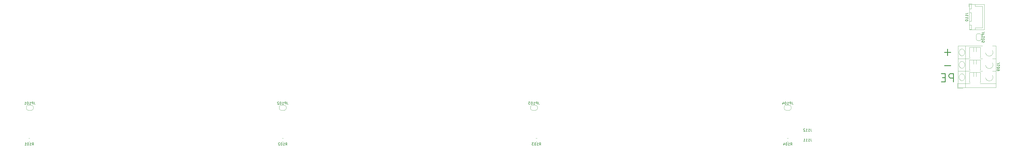
<source format=gbr>
G04 #@! TF.GenerationSoftware,KiCad,Pcbnew,(6.0.5)*
G04 #@! TF.CreationDate,2022-08-23T23:34:12+02:00*
G04 #@! TF.ProjectId,backplane,6261636b-706c-4616-9e65-2e6b69636164,rev?*
G04 #@! TF.SameCoordinates,Original*
G04 #@! TF.FileFunction,Legend,Bot*
G04 #@! TF.FilePolarity,Positive*
%FSLAX46Y46*%
G04 Gerber Fmt 4.6, Leading zero omitted, Abs format (unit mm)*
G04 Created by KiCad (PCBNEW (6.0.5)) date 2022-08-23 23:34:12*
%MOMM*%
%LPD*%
G01*
G04 APERTURE LIST*
%ADD10C,0.300000*%
%ADD11C,0.150000*%
%ADD12C,0.120000*%
G04 APERTURE END LIST*
D10*
X395557142Y-67722714D02*
X393042857Y-67722714D01*
X394300000Y-68979857D02*
X394300000Y-66465571D01*
X395557142Y-73035714D02*
X393042857Y-73035714D01*
X396657142Y-79605857D02*
X396657142Y-76305857D01*
X395400000Y-76305857D01*
X395085714Y-76463000D01*
X394928571Y-76620142D01*
X394771428Y-76934428D01*
X394771428Y-77405857D01*
X394928571Y-77720142D01*
X395085714Y-77877285D01*
X395400000Y-78034428D01*
X396657142Y-78034428D01*
X393357142Y-77877285D02*
X392257142Y-77877285D01*
X391785714Y-79605857D02*
X393357142Y-79605857D01*
X393357142Y-76305857D01*
X391785714Y-76305857D01*
D11*
G04 #@! TO.C,JP104*
X331785714Y-87652380D02*
X331785714Y-88366666D01*
X331833333Y-88509523D01*
X331928571Y-88604761D01*
X332071428Y-88652380D01*
X332166666Y-88652380D01*
X331309523Y-88652380D02*
X331309523Y-87652380D01*
X330928571Y-87652380D01*
X330833333Y-87700000D01*
X330785714Y-87747619D01*
X330738095Y-87842857D01*
X330738095Y-87985714D01*
X330785714Y-88080952D01*
X330833333Y-88128571D01*
X330928571Y-88176190D01*
X331309523Y-88176190D01*
X329785714Y-88652380D02*
X330357142Y-88652380D01*
X330071428Y-88652380D02*
X330071428Y-87652380D01*
X330166666Y-87795238D01*
X330261904Y-87890476D01*
X330357142Y-87938095D01*
X329166666Y-87652380D02*
X329071428Y-87652380D01*
X328976190Y-87700000D01*
X328928571Y-87747619D01*
X328880952Y-87842857D01*
X328833333Y-88033333D01*
X328833333Y-88271428D01*
X328880952Y-88461904D01*
X328928571Y-88557142D01*
X328976190Y-88604761D01*
X329071428Y-88652380D01*
X329166666Y-88652380D01*
X329261904Y-88604761D01*
X329309523Y-88557142D01*
X329357142Y-88461904D01*
X329404761Y-88271428D01*
X329404761Y-88033333D01*
X329357142Y-87842857D01*
X329309523Y-87747619D01*
X329261904Y-87700000D01*
X329166666Y-87652380D01*
X327976190Y-87985714D02*
X327976190Y-88652380D01*
X328214285Y-87604761D02*
X328452380Y-88319047D01*
X327833333Y-88319047D01*
G04 #@! TO.C,R101*
X26206547Y-105102380D02*
X26539880Y-104626190D01*
X26777976Y-105102380D02*
X26777976Y-104102380D01*
X26397023Y-104102380D01*
X26301785Y-104150000D01*
X26254166Y-104197619D01*
X26206547Y-104292857D01*
X26206547Y-104435714D01*
X26254166Y-104530952D01*
X26301785Y-104578571D01*
X26397023Y-104626190D01*
X26777976Y-104626190D01*
X25254166Y-105102380D02*
X25825595Y-105102380D01*
X25539880Y-105102380D02*
X25539880Y-104102380D01*
X25635119Y-104245238D01*
X25730357Y-104340476D01*
X25825595Y-104388095D01*
X24635119Y-104102380D02*
X24539880Y-104102380D01*
X24444642Y-104150000D01*
X24397023Y-104197619D01*
X24349404Y-104292857D01*
X24301785Y-104483333D01*
X24301785Y-104721428D01*
X24349404Y-104911904D01*
X24397023Y-105007142D01*
X24444642Y-105054761D01*
X24539880Y-105102380D01*
X24635119Y-105102380D01*
X24730357Y-105054761D01*
X24777976Y-105007142D01*
X24825595Y-104911904D01*
X24873214Y-104721428D01*
X24873214Y-104483333D01*
X24825595Y-104292857D01*
X24777976Y-104197619D01*
X24730357Y-104150000D01*
X24635119Y-104102380D01*
X23349404Y-105102380D02*
X23920833Y-105102380D01*
X23635119Y-105102380D02*
X23635119Y-104102380D01*
X23730357Y-104245238D01*
X23825595Y-104340476D01*
X23920833Y-104388095D01*
G04 #@! TO.C,R104*
X331119047Y-105102380D02*
X331452380Y-104626190D01*
X331690476Y-105102380D02*
X331690476Y-104102380D01*
X331309523Y-104102380D01*
X331214285Y-104150000D01*
X331166666Y-104197619D01*
X331119047Y-104292857D01*
X331119047Y-104435714D01*
X331166666Y-104530952D01*
X331214285Y-104578571D01*
X331309523Y-104626190D01*
X331690476Y-104626190D01*
X330166666Y-105102380D02*
X330738095Y-105102380D01*
X330452380Y-105102380D02*
X330452380Y-104102380D01*
X330547619Y-104245238D01*
X330642857Y-104340476D01*
X330738095Y-104388095D01*
X329547619Y-104102380D02*
X329452380Y-104102380D01*
X329357142Y-104150000D01*
X329309523Y-104197619D01*
X329261904Y-104292857D01*
X329214285Y-104483333D01*
X329214285Y-104721428D01*
X329261904Y-104911904D01*
X329309523Y-105007142D01*
X329357142Y-105054761D01*
X329452380Y-105102380D01*
X329547619Y-105102380D01*
X329642857Y-105054761D01*
X329690476Y-105007142D01*
X329738095Y-104911904D01*
X329785714Y-104721428D01*
X329785714Y-104483333D01*
X329738095Y-104292857D01*
X329690476Y-104197619D01*
X329642857Y-104150000D01*
X329547619Y-104102380D01*
X328357142Y-104435714D02*
X328357142Y-105102380D01*
X328595238Y-104054761D02*
X328833333Y-104769047D01*
X328214285Y-104769047D01*
G04 #@! TO.C,R103*
X230119047Y-105102380D02*
X230452380Y-104626190D01*
X230690476Y-105102380D02*
X230690476Y-104102380D01*
X230309523Y-104102380D01*
X230214285Y-104150000D01*
X230166666Y-104197619D01*
X230119047Y-104292857D01*
X230119047Y-104435714D01*
X230166666Y-104530952D01*
X230214285Y-104578571D01*
X230309523Y-104626190D01*
X230690476Y-104626190D01*
X229166666Y-105102380D02*
X229738095Y-105102380D01*
X229452380Y-105102380D02*
X229452380Y-104102380D01*
X229547619Y-104245238D01*
X229642857Y-104340476D01*
X229738095Y-104388095D01*
X228547619Y-104102380D02*
X228452380Y-104102380D01*
X228357142Y-104150000D01*
X228309523Y-104197619D01*
X228261904Y-104292857D01*
X228214285Y-104483333D01*
X228214285Y-104721428D01*
X228261904Y-104911904D01*
X228309523Y-105007142D01*
X228357142Y-105054761D01*
X228452380Y-105102380D01*
X228547619Y-105102380D01*
X228642857Y-105054761D01*
X228690476Y-105007142D01*
X228738095Y-104911904D01*
X228785714Y-104721428D01*
X228785714Y-104483333D01*
X228738095Y-104292857D01*
X228690476Y-104197619D01*
X228642857Y-104150000D01*
X228547619Y-104102380D01*
X227880952Y-104102380D02*
X227261904Y-104102380D01*
X227595238Y-104483333D01*
X227452380Y-104483333D01*
X227357142Y-104530952D01*
X227309523Y-104578571D01*
X227261904Y-104673809D01*
X227261904Y-104911904D01*
X227309523Y-105007142D01*
X227357142Y-105054761D01*
X227452380Y-105102380D01*
X227738095Y-105102380D01*
X227833333Y-105054761D01*
X227880952Y-105007142D01*
G04 #@! TO.C,JP103*
X229785714Y-87652380D02*
X229785714Y-88366666D01*
X229833333Y-88509523D01*
X229928571Y-88604761D01*
X230071428Y-88652380D01*
X230166666Y-88652380D01*
X229309523Y-88652380D02*
X229309523Y-87652380D01*
X228928571Y-87652380D01*
X228833333Y-87700000D01*
X228785714Y-87747619D01*
X228738095Y-87842857D01*
X228738095Y-87985714D01*
X228785714Y-88080952D01*
X228833333Y-88128571D01*
X228928571Y-88176190D01*
X229309523Y-88176190D01*
X227785714Y-88652380D02*
X228357142Y-88652380D01*
X228071428Y-88652380D02*
X228071428Y-87652380D01*
X228166666Y-87795238D01*
X228261904Y-87890476D01*
X228357142Y-87938095D01*
X227166666Y-87652380D02*
X227071428Y-87652380D01*
X226976190Y-87700000D01*
X226928571Y-87747619D01*
X226880952Y-87842857D01*
X226833333Y-88033333D01*
X226833333Y-88271428D01*
X226880952Y-88461904D01*
X226928571Y-88557142D01*
X226976190Y-88604761D01*
X227071428Y-88652380D01*
X227166666Y-88652380D01*
X227261904Y-88604761D01*
X227309523Y-88557142D01*
X227357142Y-88461904D01*
X227404761Y-88271428D01*
X227404761Y-88033333D01*
X227357142Y-87842857D01*
X227309523Y-87747619D01*
X227261904Y-87700000D01*
X227166666Y-87652380D01*
X226500000Y-87652380D02*
X225880952Y-87652380D01*
X226214285Y-88033333D01*
X226071428Y-88033333D01*
X225976190Y-88080952D01*
X225928571Y-88128571D01*
X225880952Y-88223809D01*
X225880952Y-88461904D01*
X225928571Y-88557142D01*
X225976190Y-88604761D01*
X226071428Y-88652380D01*
X226357142Y-88652380D01*
X226452380Y-88604761D01*
X226500000Y-88557142D01*
G04 #@! TO.C,R102*
X128119047Y-105102380D02*
X128452380Y-104626190D01*
X128690476Y-105102380D02*
X128690476Y-104102380D01*
X128309523Y-104102380D01*
X128214285Y-104150000D01*
X128166666Y-104197619D01*
X128119047Y-104292857D01*
X128119047Y-104435714D01*
X128166666Y-104530952D01*
X128214285Y-104578571D01*
X128309523Y-104626190D01*
X128690476Y-104626190D01*
X127166666Y-105102380D02*
X127738095Y-105102380D01*
X127452380Y-105102380D02*
X127452380Y-104102380D01*
X127547619Y-104245238D01*
X127642857Y-104340476D01*
X127738095Y-104388095D01*
X126547619Y-104102380D02*
X126452380Y-104102380D01*
X126357142Y-104150000D01*
X126309523Y-104197619D01*
X126261904Y-104292857D01*
X126214285Y-104483333D01*
X126214285Y-104721428D01*
X126261904Y-104911904D01*
X126309523Y-105007142D01*
X126357142Y-105054761D01*
X126452380Y-105102380D01*
X126547619Y-105102380D01*
X126642857Y-105054761D01*
X126690476Y-105007142D01*
X126738095Y-104911904D01*
X126785714Y-104721428D01*
X126785714Y-104483333D01*
X126738095Y-104292857D01*
X126690476Y-104197619D01*
X126642857Y-104150000D01*
X126547619Y-104102380D01*
X125833333Y-104197619D02*
X125785714Y-104150000D01*
X125690476Y-104102380D01*
X125452380Y-104102380D01*
X125357142Y-104150000D01*
X125309523Y-104197619D01*
X125261904Y-104292857D01*
X125261904Y-104388095D01*
X125309523Y-104530952D01*
X125880952Y-105102380D01*
X125261904Y-105102380D01*
G04 #@! TO.C,JP102*
X128785714Y-87652380D02*
X128785714Y-88366666D01*
X128833333Y-88509523D01*
X128928571Y-88604761D01*
X129071428Y-88652380D01*
X129166666Y-88652380D01*
X128309523Y-88652380D02*
X128309523Y-87652380D01*
X127928571Y-87652380D01*
X127833333Y-87700000D01*
X127785714Y-87747619D01*
X127738095Y-87842857D01*
X127738095Y-87985714D01*
X127785714Y-88080952D01*
X127833333Y-88128571D01*
X127928571Y-88176190D01*
X128309523Y-88176190D01*
X126785714Y-88652380D02*
X127357142Y-88652380D01*
X127071428Y-88652380D02*
X127071428Y-87652380D01*
X127166666Y-87795238D01*
X127261904Y-87890476D01*
X127357142Y-87938095D01*
X126166666Y-87652380D02*
X126071428Y-87652380D01*
X125976190Y-87700000D01*
X125928571Y-87747619D01*
X125880952Y-87842857D01*
X125833333Y-88033333D01*
X125833333Y-88271428D01*
X125880952Y-88461904D01*
X125928571Y-88557142D01*
X125976190Y-88604761D01*
X126071428Y-88652380D01*
X126166666Y-88652380D01*
X126261904Y-88604761D01*
X126309523Y-88557142D01*
X126357142Y-88461904D01*
X126404761Y-88271428D01*
X126404761Y-88033333D01*
X126357142Y-87842857D01*
X126309523Y-87747619D01*
X126261904Y-87700000D01*
X126166666Y-87652380D01*
X125452380Y-87747619D02*
X125404761Y-87700000D01*
X125309523Y-87652380D01*
X125071428Y-87652380D01*
X124976190Y-87700000D01*
X124928571Y-87747619D01*
X124880952Y-87842857D01*
X124880952Y-87938095D01*
X124928571Y-88080952D01*
X125500000Y-88652380D01*
X124880952Y-88652380D01*
G04 #@! TO.C,J110*
X401452380Y-52214285D02*
X402166666Y-52214285D01*
X402309523Y-52166666D01*
X402404761Y-52071428D01*
X402452380Y-51928571D01*
X402452380Y-51833333D01*
X402452380Y-53214285D02*
X402452380Y-52642857D01*
X402452380Y-52928571D02*
X401452380Y-52928571D01*
X401595238Y-52833333D01*
X401690476Y-52738095D01*
X401738095Y-52642857D01*
X402452380Y-54166666D02*
X402452380Y-53595238D01*
X402452380Y-53880952D02*
X401452380Y-53880952D01*
X401595238Y-53785714D01*
X401690476Y-53690476D01*
X401738095Y-53595238D01*
X401452380Y-54785714D02*
X401452380Y-54880952D01*
X401500000Y-54976190D01*
X401547619Y-55023809D01*
X401642857Y-55071428D01*
X401833333Y-55119047D01*
X402071428Y-55119047D01*
X402261904Y-55071428D01*
X402357142Y-55023809D01*
X402404761Y-54976190D01*
X402452380Y-54880952D01*
X402452380Y-54785714D01*
X402404761Y-54690476D01*
X402357142Y-54642857D01*
X402261904Y-54595238D01*
X402071428Y-54547619D01*
X401833333Y-54547619D01*
X401642857Y-54595238D01*
X401547619Y-54642857D01*
X401500000Y-54690476D01*
X401452380Y-54785714D01*
G04 #@! TO.C,J109*
X414172380Y-72214285D02*
X414886666Y-72214285D01*
X415029523Y-72166666D01*
X415124761Y-72071428D01*
X415172380Y-71928571D01*
X415172380Y-71833333D01*
X415172380Y-73214285D02*
X415172380Y-72642857D01*
X415172380Y-72928571D02*
X414172380Y-72928571D01*
X414315238Y-72833333D01*
X414410476Y-72738095D01*
X414458095Y-72642857D01*
X414172380Y-73833333D02*
X414172380Y-73928571D01*
X414220000Y-74023809D01*
X414267619Y-74071428D01*
X414362857Y-74119047D01*
X414553333Y-74166666D01*
X414791428Y-74166666D01*
X414981904Y-74119047D01*
X415077142Y-74071428D01*
X415124761Y-74023809D01*
X415172380Y-73928571D01*
X415172380Y-73833333D01*
X415124761Y-73738095D01*
X415077142Y-73690476D01*
X414981904Y-73642857D01*
X414791428Y-73595238D01*
X414553333Y-73595238D01*
X414362857Y-73642857D01*
X414267619Y-73690476D01*
X414220000Y-73738095D01*
X414172380Y-73833333D01*
X415172380Y-74642857D02*
X415172380Y-74833333D01*
X415124761Y-74928571D01*
X415077142Y-74976190D01*
X414934285Y-75071428D01*
X414743809Y-75119047D01*
X414362857Y-75119047D01*
X414267619Y-75071428D01*
X414220000Y-75023809D01*
X414172380Y-74928571D01*
X414172380Y-74738095D01*
X414220000Y-74642857D01*
X414267619Y-74595238D01*
X414362857Y-74547619D01*
X414600952Y-74547619D01*
X414696190Y-74595238D01*
X414743809Y-74642857D01*
X414791428Y-74738095D01*
X414791428Y-74928571D01*
X414743809Y-75023809D01*
X414696190Y-75071428D01*
X414600952Y-75119047D01*
G04 #@! TO.C,JP105*
X408052380Y-59814285D02*
X408766666Y-59814285D01*
X408909523Y-59766666D01*
X409004761Y-59671428D01*
X409052380Y-59528571D01*
X409052380Y-59433333D01*
X409052380Y-60290476D02*
X408052380Y-60290476D01*
X408052380Y-60671428D01*
X408100000Y-60766666D01*
X408147619Y-60814285D01*
X408242857Y-60861904D01*
X408385714Y-60861904D01*
X408480952Y-60814285D01*
X408528571Y-60766666D01*
X408576190Y-60671428D01*
X408576190Y-60290476D01*
X409052380Y-61814285D02*
X409052380Y-61242857D01*
X409052380Y-61528571D02*
X408052380Y-61528571D01*
X408195238Y-61433333D01*
X408290476Y-61338095D01*
X408338095Y-61242857D01*
X408052380Y-62433333D02*
X408052380Y-62528571D01*
X408100000Y-62623809D01*
X408147619Y-62671428D01*
X408242857Y-62719047D01*
X408433333Y-62766666D01*
X408671428Y-62766666D01*
X408861904Y-62719047D01*
X408957142Y-62671428D01*
X409004761Y-62623809D01*
X409052380Y-62528571D01*
X409052380Y-62433333D01*
X409004761Y-62338095D01*
X408957142Y-62290476D01*
X408861904Y-62242857D01*
X408671428Y-62195238D01*
X408433333Y-62195238D01*
X408242857Y-62242857D01*
X408147619Y-62290476D01*
X408100000Y-62338095D01*
X408052380Y-62433333D01*
X408052380Y-63671428D02*
X408052380Y-63195238D01*
X408528571Y-63147619D01*
X408480952Y-63195238D01*
X408433333Y-63290476D01*
X408433333Y-63528571D01*
X408480952Y-63623809D01*
X408528571Y-63671428D01*
X408623809Y-63719047D01*
X408861904Y-63719047D01*
X408957142Y-63671428D01*
X409004761Y-63623809D01*
X409052380Y-63528571D01*
X409052380Y-63290476D01*
X409004761Y-63195238D01*
X408957142Y-63147619D01*
G04 #@! TO.C,J112*
X339285714Y-98452380D02*
X339285714Y-99166666D01*
X339333333Y-99309523D01*
X339428571Y-99404761D01*
X339571428Y-99452380D01*
X339666666Y-99452380D01*
X338285714Y-99452380D02*
X338857142Y-99452380D01*
X338571428Y-99452380D02*
X338571428Y-98452380D01*
X338666666Y-98595238D01*
X338761904Y-98690476D01*
X338857142Y-98738095D01*
X337333333Y-99452380D02*
X337904761Y-99452380D01*
X337619047Y-99452380D02*
X337619047Y-98452380D01*
X337714285Y-98595238D01*
X337809523Y-98690476D01*
X337904761Y-98738095D01*
X336952380Y-98547619D02*
X336904761Y-98500000D01*
X336809523Y-98452380D01*
X336571428Y-98452380D01*
X336476190Y-98500000D01*
X336428571Y-98547619D01*
X336380952Y-98642857D01*
X336380952Y-98738095D01*
X336428571Y-98880952D01*
X337000000Y-99452380D01*
X336380952Y-99452380D01*
G04 #@! TO.C,JP101*
X27135714Y-87652380D02*
X27135714Y-88366666D01*
X27183333Y-88509523D01*
X27278571Y-88604761D01*
X27421428Y-88652380D01*
X27516666Y-88652380D01*
X26659523Y-88652380D02*
X26659523Y-87652380D01*
X26278571Y-87652380D01*
X26183333Y-87700000D01*
X26135714Y-87747619D01*
X26088095Y-87842857D01*
X26088095Y-87985714D01*
X26135714Y-88080952D01*
X26183333Y-88128571D01*
X26278571Y-88176190D01*
X26659523Y-88176190D01*
X25135714Y-88652380D02*
X25707142Y-88652380D01*
X25421428Y-88652380D02*
X25421428Y-87652380D01*
X25516666Y-87795238D01*
X25611904Y-87890476D01*
X25707142Y-87938095D01*
X24516666Y-87652380D02*
X24421428Y-87652380D01*
X24326190Y-87700000D01*
X24278571Y-87747619D01*
X24230952Y-87842857D01*
X24183333Y-88033333D01*
X24183333Y-88271428D01*
X24230952Y-88461904D01*
X24278571Y-88557142D01*
X24326190Y-88604761D01*
X24421428Y-88652380D01*
X24516666Y-88652380D01*
X24611904Y-88604761D01*
X24659523Y-88557142D01*
X24707142Y-88461904D01*
X24754761Y-88271428D01*
X24754761Y-88033333D01*
X24707142Y-87842857D01*
X24659523Y-87747619D01*
X24611904Y-87700000D01*
X24516666Y-87652380D01*
X23230952Y-88652380D02*
X23802380Y-88652380D01*
X23516666Y-88652380D02*
X23516666Y-87652380D01*
X23611904Y-87795238D01*
X23707142Y-87890476D01*
X23802380Y-87938095D01*
G04 #@! TO.C,J111*
X339285714Y-102452380D02*
X339285714Y-103166666D01*
X339333333Y-103309523D01*
X339428571Y-103404761D01*
X339571428Y-103452380D01*
X339666666Y-103452380D01*
X338285714Y-103452380D02*
X338857142Y-103452380D01*
X338571428Y-103452380D02*
X338571428Y-102452380D01*
X338666666Y-102595238D01*
X338761904Y-102690476D01*
X338857142Y-102738095D01*
X337333333Y-103452380D02*
X337904761Y-103452380D01*
X337619047Y-103452380D02*
X337619047Y-102452380D01*
X337714285Y-102595238D01*
X337809523Y-102690476D01*
X337904761Y-102738095D01*
X336380952Y-103452380D02*
X336952380Y-103452380D01*
X336666666Y-103452380D02*
X336666666Y-102452380D01*
X336761904Y-102595238D01*
X336857142Y-102690476D01*
X336952380Y-102738095D01*
D12*
G04 #@! TO.C,JP104*
X328600000Y-89700000D02*
X328600000Y-90300000D01*
X331400000Y-90300000D02*
X331400000Y-89700000D01*
X330700000Y-89000000D02*
X329300000Y-89000000D01*
X329300000Y-91000000D02*
X330700000Y-91000000D01*
X328600000Y-90300000D02*
G75*
G03*
X329300000Y-91000000I700000J0D01*
G01*
X330700000Y-91000000D02*
G75*
G03*
X331400000Y-90300000I1J699999D01*
G01*
X331400000Y-89700000D02*
G75*
G03*
X330700000Y-89000000I-699999J1D01*
G01*
X329300000Y-89000000D02*
G75*
G03*
X328600000Y-89700000I0J-700000D01*
G01*
G04 #@! TO.C,R101*
X24860436Y-102265000D02*
X25314564Y-102265000D01*
X24860436Y-103735000D02*
X25314564Y-103735000D01*
G04 #@! TO.C,R104*
X329772936Y-102265000D02*
X330227064Y-102265000D01*
X329772936Y-103735000D02*
X330227064Y-103735000D01*
G04 #@! TO.C,R103*
X228772936Y-102265000D02*
X229227064Y-102265000D01*
X228772936Y-103735000D02*
X229227064Y-103735000D01*
G04 #@! TO.C,JP103*
X229400000Y-90300000D02*
X229400000Y-89700000D01*
X227300000Y-91000000D02*
X228700000Y-91000000D01*
X228700000Y-89000000D02*
X227300000Y-89000000D01*
X226600000Y-89700000D02*
X226600000Y-90300000D01*
X228700000Y-91000000D02*
G75*
G03*
X229400000Y-90300000I1J699999D01*
G01*
X229400000Y-89700000D02*
G75*
G03*
X228700000Y-89000000I-699999J1D01*
G01*
X227300000Y-89000000D02*
G75*
G03*
X226600000Y-89700000I0J-700000D01*
G01*
X226600000Y-90300000D02*
G75*
G03*
X227300000Y-91000000I700000J0D01*
G01*
G04 #@! TO.C,R102*
X126772936Y-102265000D02*
X127227064Y-102265000D01*
X126772936Y-103735000D02*
X127227064Y-103735000D01*
G04 #@! TO.C,JP102*
X127700000Y-89000000D02*
X126300000Y-89000000D01*
X125600000Y-89700000D02*
X125600000Y-90300000D01*
X128400000Y-90300000D02*
X128400000Y-89700000D01*
X126300000Y-91000000D02*
X127700000Y-91000000D01*
X125600000Y-90300000D02*
G75*
G03*
X126300000Y-91000000I700000J0D01*
G01*
X126300000Y-89000000D02*
G75*
G03*
X125600000Y-89700000I0J-700000D01*
G01*
X127700000Y-91000000D02*
G75*
G03*
X128400000Y-90300000I1J699999D01*
G01*
X128400000Y-89700000D02*
G75*
G03*
X127700000Y-89000000I-699999J1D01*
G01*
G04 #@! TO.C,J110*
X402800000Y-49400000D02*
X402800000Y-48150000D01*
X402800000Y-48150000D02*
X404050000Y-48150000D01*
X405350000Y-49200000D02*
X408300000Y-49200000D01*
X403100000Y-58550000D02*
X403100000Y-56750000D01*
X405350000Y-58550000D02*
X405350000Y-57800000D01*
X403100000Y-48450000D02*
X403850000Y-48450000D01*
X408300000Y-49200000D02*
X408300000Y-53500000D01*
X405350000Y-57800000D02*
X408300000Y-57800000D01*
X403090000Y-58560000D02*
X403090000Y-48440000D01*
X403850000Y-48450000D02*
X403850000Y-50250000D01*
X409060000Y-58560000D02*
X403090000Y-58560000D01*
X408300000Y-57800000D02*
X408300000Y-53500000D01*
X403090000Y-48440000D02*
X409060000Y-48440000D01*
X403100000Y-55250000D02*
X403100000Y-51750000D01*
X405350000Y-48450000D02*
X405350000Y-49200000D01*
X403100000Y-50250000D02*
X403100000Y-48450000D01*
X403850000Y-56750000D02*
X403850000Y-58550000D01*
X403850000Y-51750000D02*
X403850000Y-55250000D01*
X409060000Y-48440000D02*
X409060000Y-58560000D01*
X403850000Y-55250000D02*
X403100000Y-55250000D01*
X403850000Y-58550000D02*
X403100000Y-58550000D01*
X403850000Y-50250000D02*
X403100000Y-50250000D01*
X403100000Y-51750000D02*
X403850000Y-51750000D01*
X403100000Y-56750000D02*
X403850000Y-56750000D01*
G04 #@! TO.C,J109*
X413720000Y-75250000D02*
X412280000Y-75250000D01*
X403320000Y-75250000D02*
X398480000Y-75250000D01*
X413720000Y-80250000D02*
X407280000Y-80250000D01*
X405800000Y-75750000D02*
X404800000Y-75750000D01*
X408320000Y-70250000D02*
X407280000Y-70250000D01*
X405800000Y-70750000D02*
X404800000Y-70750000D01*
X398480000Y-81870000D02*
X398480000Y-65130000D01*
X401500000Y-81870000D02*
X401500000Y-65130000D01*
X413720000Y-81870000D02*
X413720000Y-65130000D01*
X407500000Y-65750000D02*
X403100000Y-65750000D01*
X403320000Y-69750000D02*
X403100000Y-69750000D01*
X407500000Y-75750000D02*
X403100000Y-75750000D01*
X403320000Y-74750000D02*
X403100000Y-74750000D01*
X413720000Y-70250000D02*
X412280000Y-70250000D01*
X407500000Y-79750000D02*
X407500000Y-75750000D01*
X407500000Y-69750000D02*
X407280000Y-69750000D01*
X403320000Y-80250000D02*
X398480000Y-80250000D01*
X404800000Y-67520000D02*
X404800000Y-65750000D01*
X407500000Y-79750000D02*
X407280000Y-79750000D01*
X403100000Y-79750000D02*
X403100000Y-75750000D01*
X403100000Y-69750000D02*
X403100000Y-65750000D01*
X403100000Y-74750000D02*
X403100000Y-70750000D01*
X408320000Y-75250000D02*
X407280000Y-75250000D01*
X405800000Y-65750000D02*
X404800000Y-65750000D01*
X407500000Y-74750000D02*
X407500000Y-70750000D01*
X400480000Y-82110000D02*
X398240000Y-82110000D01*
X407500000Y-70750000D02*
X403100000Y-70750000D01*
X413720000Y-81870000D02*
X398480000Y-81870000D01*
X407500000Y-74750000D02*
X407280000Y-74750000D01*
X403320000Y-79750000D02*
X403100000Y-79750000D01*
X405800000Y-77520000D02*
X405800000Y-75750000D01*
X413720000Y-65130000D02*
X412280000Y-65130000D01*
X404800000Y-72520000D02*
X404800000Y-70750000D01*
X398240000Y-82110000D02*
X398240000Y-80110000D01*
X405800000Y-67520000D02*
X405800000Y-65750000D01*
X404800000Y-77520000D02*
X404800000Y-75750000D01*
X407500000Y-69750000D02*
X407500000Y-65750000D01*
X408320000Y-65130000D02*
X398480000Y-65130000D01*
X403320000Y-70250000D02*
X398480000Y-70250000D01*
X405800000Y-72520000D02*
X405800000Y-70750000D01*
X400049576Y-74200865D02*
G75*
G03*
X400049000Y-71299000I-339576J1450865D01*
G01*
X409564067Y-77959202D02*
G75*
G03*
X412279000Y-76889000I1485933J209202D01*
G01*
X400049576Y-79200865D02*
G75*
G03*
X400049000Y-76299000I-339576J1450865D01*
G01*
X409564067Y-72959202D02*
G75*
G03*
X412279000Y-71889000I1485933J209202D01*
G01*
X400050000Y-71300000D02*
G75*
G03*
X400049867Y-74199969I339000J-1450000D01*
G01*
X400050000Y-76300000D02*
G75*
G03*
X400049867Y-79199969I339000J-1450000D01*
G01*
X400049576Y-69200865D02*
G75*
G03*
X400049000Y-66299000I-339576J1450865D01*
G01*
X409564067Y-67959202D02*
G75*
G03*
X412279000Y-66889000I1485933J209202D01*
G01*
X400050000Y-66300000D02*
G75*
G03*
X400049867Y-69199969I339000J-1450000D01*
G01*
G04 #@! TO.C,JP105*
X407800000Y-62300000D02*
X407800000Y-60900000D01*
X405800000Y-60900000D02*
X405800000Y-62300000D01*
X407100000Y-60200000D02*
X406500000Y-60200000D01*
X406500000Y-63000000D02*
X407100000Y-63000000D01*
X407100000Y-63000000D02*
G75*
G03*
X407800000Y-62300000I1J699999D01*
G01*
X407800000Y-60900000D02*
G75*
G03*
X407100000Y-60200000I-700000J0D01*
G01*
X406500000Y-60200000D02*
G75*
G03*
X405800000Y-60900000I0J-700000D01*
G01*
X405800000Y-62300000D02*
G75*
G03*
X406500000Y-63000000I699999J-1D01*
G01*
G04 #@! TO.C,JP101*
X23950000Y-89700000D02*
X23950000Y-90300000D01*
X24650000Y-91000000D02*
X26050000Y-91000000D01*
X26050000Y-89000000D02*
X24650000Y-89000000D01*
X26750000Y-90300000D02*
X26750000Y-89700000D01*
X24650000Y-89000000D02*
G75*
G03*
X23950000Y-89700000I0J-700000D01*
G01*
X26050000Y-91000000D02*
G75*
G03*
X26750000Y-90300000I1J699999D01*
G01*
X23950000Y-90300000D02*
G75*
G03*
X24650000Y-91000000I700000J0D01*
G01*
X26750000Y-89700000D02*
G75*
G03*
X26050000Y-89000000I-699999J1D01*
G01*
G04 #@! TD*
M02*

</source>
